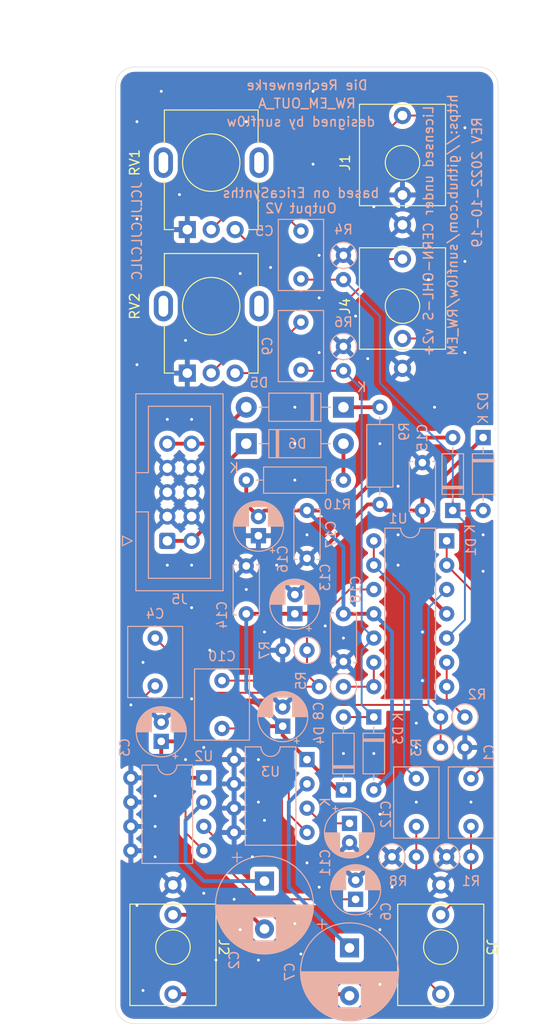
<source format=kicad_pcb>
(kicad_pcb (version 20211014) (generator pcbnew)
  (title_block (title "RW_EM_OUT_A") (date "2022-10-19") (rev "2022-10-19") (comment 1 "Licensed under CERN-OHL-S v2+"))
  (layers (0 "F.Cu" signal) (31 "B.Cu" signal) (34 "B.Paste" user) (35 "F.Paste" user) (36 "B.SilkS" user "B.Silkscreen") (37 "F.SilkS" user "F.Silkscreen") (38 "B.Mask" user) (39 "F.Mask" user) (44 "Edge.Cuts" user))
  (net 0 "")
  (net 1 "Net-(C1-Pad1)")
  (net 2 "Net-(C1-Pad2)")
  (net 3 "Net-(C2-Pad1)")
  (net 4 "Net-(C2-Pad2)")
  (net 5 "+12V")
  (net 6 "GND")
  (net 7 "Net-(C4-Pad1)")
  (net 8 "Net-(C4-Pad2)")
  (net 9 "Net-(C5-Pad1)")
  (net 10 "Net-(C5-Pad2)")
  (net 11 "Net-(C6-Pad1)")
  (net 12 "Net-(C7-Pad1)")
  (net 13 "Net-(C7-Pad2)")
  (net 14 "Net-(C9-Pad1)")
  (net 15 "Net-(C9-Pad2)")
  (net 16 "Net-(C10-Pad2)")
  (net 17 "Net-(C11-Pad1)")
  (net 18 "Net-(C12-Pad1)")
  (net 19 "Net-(C12-Pad2)")
  (net 20 "-12V")
  (net 21 "Net-(D5-Pad1)")
  (net 22 "Net-(D5-Pad2)")
  (net 23 "Net-(D6-Pad1)")
  (net 24 "Net-(D6-Pad2)")
  (net 25 "Net-(J1-PadT)")
  (net 26 "Net-(J4-PadT)")
  (net 27 "Net-(R2-Pad1)")
  (net 28 "Net-(R5-Pad1)")
  (net 29 "Net-(C10-Pad1)")
  (footprint "RW_EurorackModular:PJ301M-12" (layer "F.Cu") (at 130 65)
    (fp_text reference "J4" (at -6 0 90 unlocked) (layer "F.SilkS"))
    (fp_text value "PJ301M-12")
    (pad "S" thru_hole circle (at 0 6.5) (size 1.8 1.8) (drill 1) (layers *.Cu *.Mask) (net 6 "GND"))
    (pad "T" thru_hole circle (at 0 -4.92) (size 1.8 1.8) (drill 1) (layers *.Cu *.Mask) (net 26 "Net-(J4-PadT)"))
    (pad "TN" thru_hole oval (at 0 3.38) (size 1.8 1.8) (drill oval 1) (layers *.Cu *.Mask) (net 25 "Net-(J1-PadT)"))
  )
  (footprint "RW_EurorackModular:PJ366ST" (layer "F.Cu") (at 106 132 180)
    (fp_text reference "J2" (at -5.3 0 270 unlocked) (layer "F.SilkS"))
    (fp_text value "PJ366ST")
    (pad "R" thru_hole circle (at 0 -4.92 180) (size 1.8 1.8) (drill 1) (layers *.Cu *.Mask) (net 13 "Net-(C7-Pad2)"))
    (pad "S" thru_hole circle (at 0 6.5 180) (size 1.8 1.8) (drill 1) (layers *.Cu *.Mask) (net 6 "GND"))
    (pad "T" thru_hole oval (at 0 3.38 180) (size 1.8 1.8) (drill oval 1) (layers *.Cu *.Mask) (net 4 "Net-(C2-Pad2)"))
  )
  (footprint "RW_EurorackModular:Potentiometer_R0904N_SongHuei" (layer "F.Cu") (at 110 65)
    (fp_text reference "RV2" (at -8 0 90 unlocked) (layer "F.SilkS"))
    (fp_text value "100k")
    (pad "" thru_hole oval (at 5 0) (size 2 3.2) (drill oval 1 2.2) (layers *.Cu *.Mask))
    (pad "" thru_hole oval (at -5 0) (size 2 3.2) (drill oval 1 2.2) (layers *.Cu *.Mask))
    (pad "1" thru_hole rect (at -2.5 7) (size 1.8 1.8) (drill 1) (layers *.Cu *.Mask) (net 6 "GND"))
    (pad "2" thru_hole circle (at 0 7) (size 1.8 1.8) (drill 1) (layers *.Cu *.Mask) (net 14 "Net-(C9-Pad1)"))
    (pad "3" thru_hole circle (at 2.5 7) (size 1.8 1.8) (drill 1) (layers *.Cu *.Mask) (net 26 "Net-(J4-PadT)"))
  )
  (footprint "RW_EurorackModular:PJ301M-12" (layer "F.Cu") (at 130 50)
    (fp_text reference "J1" (at -6 0 90 unlocked) (layer "F.SilkS"))
    (fp_text value "PJ301M-12")
    (pad "S" thru_hole circle (at 0 6.5) (size 1.8 1.8) (drill 1) (layers *.Cu *.Mask) (net 6 "GND"))
    (pad "T" thru_hole circle (at 0 -4.92) (size 1.8 1.8) (drill 1) (layers *.Cu *.Mask) (net 25 "Net-(J1-PadT)"))
    (pad "TN" thru_hole oval (at 0 3.38) (size 1.8 1.8) (drill oval 1) (layers *.Cu *.Mask) (net 6 "GND"))
  )
  (footprint "RW_EurorackModular:Potentiometer_R0904N_SongHuei" (layer "F.Cu") (at 110 50)
    (fp_text reference "RV1" (at -8 0 90 unlocked) (layer "F.SilkS"))
    (fp_text value "100k")
    (pad "" thru_hole oval (at -5 0) (size 2 3.2) (drill oval 1 2.2) (layers *.Cu *.Mask))
    (pad "" thru_hole oval (at 5 0) (size 2 3.2) (drill oval 1 2.2) (layers *.Cu *.Mask))
    (pad "1" thru_hole rect (at -2.5 7) (size 1.8 1.8) (drill 1) (layers *.Cu *.Mask) (net 6 "GND"))
    (pad "2" thru_hole circle (at 0 7) (size 1.8 1.8) (drill 1) (layers *.Cu *.Mask) (net 9 "Net-(C5-Pad1)"))
    (pad "3" thru_hole circle (at 2.5 7) (size 1.8 1.8) (drill 1) (layers *.Cu *.Mask) (net 25 "Net-(J1-PadT)"))
  )
  (footprint "RW_EurorackModular:PJ366ST" (layer "F.Cu") (at 134 132 180)
    (fp_text reference "J3" (at -5.3 0 270 unlocked) (layer "F.SilkS"))
    (fp_text value "PJ366ST")
    (pad "R" thru_hole circle (at 0 -4.92 180) (size 1.8 1.8) (drill 1) (layers *.Cu *.Mask) (net 19 "Net-(C12-Pad2)"))
    (pad "S" thru_hole circle (at 0 6.5 180) (size 1.8 1.8) (drill 1) (layers *.Cu *.Mask) (net 6 "GND"))
    (pad "T" thru_hole oval (at 0 3.38 180) (size 1.8 1.8) (drill oval 1) (layers *.Cu *.Mask) (net 2 "Net-(C1-Pad2)"))
  )
  (footprint "Diode_THT:D_DO-35_SOD27_P7.62mm_Horizontal" (layer "B.Cu") (at 138.43 78.74 -90)
    (fp_text reference "D2" (at -3.81 0 90) (layer "B.SilkS") (effects (justify mirror)))
    (fp_text value "1N4148")
    (fp_text user "K" (at -1.905 0 90) (layer "B.SilkS") (effects (justify mirror)))
    (pad "1" thru_hole rect (at 0 0 270) (size 1.6 1.6) (drill 0.8) (layers *.Cu *.Mask) (net 5 "+12V"))
    (pad "2" thru_hole oval (at 7.62 0 270) (size 1.6 1.6) (drill 0.8) (layers *.Cu *.Mask) (net 10 "Net-(C5-Pad2)"))
  )
  (footprint "Resistor_THT:R_Axial_DIN0207_L6.3mm_D2.5mm_P2.54mm_Vertical" (layer "B.Cu") (at 136.525 107.95 180)
    (fp_text reference "R2" (at -1.27 2.37) (layer "B.SilkS") (effects (justify mirror)))
    (fp_text value "100k")
    (pad "1" thru_hole circle (at 0 0 180) (size 1.6 1.6) (drill 0.8) (layers *.Cu *.Mask) (net 27 "Net-(R2-Pad1)"))
    (pad "2" thru_hole oval (at 2.54 0 180) (size 1.6 1.6) (drill 0.8) (layers *.Cu *.Mask) (net 7 "Net-(C4-Pad1)"))
  )
  (footprint "Resistor_THT:R_Axial_DIN0207_L6.3mm_D2.5mm_P2.54mm_Vertical" (layer "B.Cu") (at 123.825 69.215 -90)
    (fp_text reference "R6" (at -2.54 0 180) (layer "B.SilkS") (effects (justify mirror)))
    (fp_text value "100k")
    (pad "1" thru_hole circle (at 0 0 270) (size 1.6 1.6) (drill 0.8) (layers *.Cu *.Mask) (net 6 "GND"))
    (pad "2" thru_hole oval (at 2.54 0 270) (size 1.6 1.6) (drill 0.8) (layers *.Cu *.Mask) (net 15 "Net-(C9-Pad2)"))
  )
  (footprint "Capacitor_THT:C_Rect_L7.2mm_W5.5mm_P5.00mm_FKS2_FKP2_MKS2_MKP2" (layer "B.Cu") (at 104.14 99.695 -90)
    (fp_text reference "C4" (at -2.54 0 180) (layer "B.SilkS") (effects (justify mirror)))
    (fp_text value "100nF")
    (pad "1" thru_hole circle (at 0 0 270) (size 1.6 1.6) (drill 0.8) (layers *.Cu *.Mask) (net 7 "Net-(C4-Pad1)"))
    (pad "2" thru_hole circle (at 5 0 270) (size 1.6 1.6) (drill 0.8) (layers *.Cu *.Mask) (net 8 "Net-(C4-Pad2)"))
  )
  (footprint "Capacitor_THT:CP_Radial_D5.0mm_P2.00mm" (layer "B.Cu") (at 124.46 119.059888 -90)
    (fp_text reference "C11" (at 4.130112 2.54 90) (layer "B.SilkS") (effects (justify mirror)))
    (fp_text value "47uF")
    (pad "1" thru_hole rect (at 0 0 270) (size 1.6 1.6) (drill 0.8) (layers *.Cu *.Mask) (net 17 "Net-(C11-Pad1)"))
    (pad "2" thru_hole circle (at 2 0 270) (size 1.6 1.6) (drill 0.8) (layers *.Cu *.Mask) (net 6 "GND"))
  )
  (footprint "Connector_IDC:IDC-Header_2x05_P2.54mm_Vertical" (layer "B.Cu") (at 105.41 89.535)
    (fp_text reference "J5" (at 1.27 6.1) (layer "B.SilkS") (effects (justify mirror)))
    (fp_text value "IDC_02x05")
    (pad "1" thru_hole roundrect (at 0 0) (size 1.7 1.7) (drill 1) (layers *.Cu *.Mask) (roundrect_rratio 0.1470588235) (net 23 "Net-(D6-Pad1)"))
    (pad "2" thru_hole circle (at 2.54 0) (size 1.7 1.7) (drill 1) (layers *.Cu *.Mask) (net 23 "Net-(D6-Pad1)"))
    (pad "3" thru_hole circle (at 0 -2.54) (size 1.7 1.7) (drill 1) (layers *.Cu *.Mask) (net 6 "GND"))
    (pad "4" thru_hole circle (at 2.54 -2.54) (size 1.7 1.7) (drill 1) (layers *.Cu *.Mask) (net 6 "GND"))
    (pad "5" thru_hole circle (at 0 -5.08) (size 1.7 1.7) (drill 1) (layers *.Cu *.Mask) (net 6 "GND"))
    (pad "6" thru_hole circle (at 2.54 -5.08) (size 1.7 1.7) (drill 1) (layers *.Cu *.Mask) (net 6 "GND"))
    (pad "7" thru_hole circle (at 0 -7.62) (size 1.7 1.7) (drill 1) (layers *.Cu *.Mask) (net 6 "GND"))
    (pad "8" thru_hole circle (at 2.54 -7.62) (size 1.7 1.7) (drill 1) (layers *.Cu *.Mask) (net 6 "GND"))
    (pad "9" thru_hole circle (at 0 -10.16) (size 1.7 1.7) (drill 1) (layers *.Cu *.Mask) (net 22 "Net-(D5-Pad2)"))
    (pad "10" thru_hole circle (at 2.54 -10.16) (size 1.7 1.7) (drill 1) (layers *.Cu *.Mask) (net 22 "Net-(D5-Pad2)"))
  )
  (footprint "Capacitor_THT:C_Rect_L7.2mm_W4.5mm_P5.00mm_FKS2_FKP2_MKS2_MKP2" (layer "B.Cu") (at 137.16 114.38 -90)
    (fp_text reference "C1" (at -2.62 -1.905 90) (layer "B.SilkS") (effects (justify mirror)))
    (fp_text value "1uF")
    (pad "1" thru_hole circle (at 0 0 270) (size 1.6 1.6) (drill 0.8) (layers *.Cu *.Mask) (net 1 "Net-(C1-Pad1)"))
    (pad "2" thru_hole circle (at 5 0 270) (size 1.6 1.6) (drill 0.8) (layers *.Cu *.Mask) (net 2 "Net-(C1-Pad2)"))
  )
  (footprint "Capacitor_THT:C_Disc_D5.0mm_W2.5mm_P5.00mm" (layer "B.Cu") (at 132.08 86.36 90)
    (fp_text reference "C15" (at 7.62 0 90) (layer "B.SilkS") (effects (justify mirror)))
    (fp_text value "100nF")
    (pad "1" thru_hole circle (at 0 0 90) (size 1.6 1.6) (drill 0.8) (layers *.Cu *.Mask) (net 5 "+12V"))
    (pad "2" thru_hole circle (at 5 0 90) (size 1.6 1.6) (drill 0.8) (layers *.Cu *.Mask) (net 6 "GND"))
  )
  (footprint "Capacitor_THT:CP_Radial_D5.0mm_P2.00mm" (layer "B.Cu") (at 118.745 97.155 90)
    (fp_text reference "C13" (at 3.81 3.175 90) (layer "B.SilkS") (effects (justify mirror)))
    (fp_text value "47uF")
    (pad "1" thru_hole rect (at 0 0 90) (size 1.6 1.6) (drill 0.8) (layers *.Cu *.Mask) (net 5 "+12V"))
    (pad "2" thru_hole circle (at 2 0 90) (size 1.6 1.6) (drill 0.8) (layers *.Cu *.Mask) (net 6 "GND"))
  )
  (footprint "Capacitor_THT:CP_Radial_D10.0mm_P5.00mm" (layer "B.Cu") (at 115.57 125.095 -90)
    (fp_text reference "C2" (at 8.255 3.175 90) (layer "B.SilkS") (effects (justify mirror)))
    (fp_text value "470uF")
    (pad "1" thru_hole rect (at 0 0 270) (size 2 2) (drill 1) (layers *.Cu *.Mask) (net 3 "Net-(C2-Pad1)"))
    (pad "2" thru_hole circle (at 5 0 270) (size 2 2) (drill 1) (layers *.Cu *.Mask) (net 4 "Net-(C2-Pad2)"))
  )
  (footprint "Capacitor_THT:C_Rect_L7.2mm_W5.5mm_P5.00mm_FKS2_FKP2_MKS2_MKP2" (layer "B.Cu") (at 111.125 104.14 -90)
    (fp_text reference "C10" (at -2.54 0 180) (layer "B.SilkS") (effects (justify mirror)))
    (fp_text value "100nF")
    (pad "1" thru_hole circle (at 0 0 270) (size 1.6 1.6) (drill 0.8) (layers *.Cu *.Mask) (net 29 "Net-(C10-Pad1)"))
    (pad "2" thru_hole circle (at 5 0 270) (size 1.6 1.6) (drill 0.8) (layers *.Cu *.Mask) (net 16 "Net-(C10-Pad2)"))
  )
  (footprint "Capacitor_THT:CP_Radial_D5.0mm_P2.00mm" (layer "B.Cu") (at 125.095 127 90)
    (fp_text reference "C6" (at -1.27 3.175 90) (layer "B.SilkS") (effects (justify mirror)))
    (fp_text value "47uF")
    (pad "1" thru_hole rect (at 0 0 90) (size 1.6 1.6) (drill 0.8) (layers *.Cu *.Mask) (net 11 "Net-(C6-Pad1)"))
    (pad "2" thru_hole circle (at 2 0 90) (size 1.6 1.6) (drill 0.8) (layers *.Cu *.Mask) (net 6 "GND"))
  )
  (footprint "Diode_THT:D_DO-35_SOD27_P7.62mm_Horizontal" (layer "B.Cu") (at 123.825 115.57 90)
    (fp_text reference "D4" (at 5.715 -2.54 90) (layer "B.SilkS") (effects (justify mirror)))
    (fp_text value "1N4148")
    (fp_text user "K" (at -1.27 -1.905 90) (layer "B.SilkS") (effects (justify mirror)))
    (pad "1" thru_hole rect (at 0 0 90) (size 1.6 1.6) (drill 0.8) (layers *.Cu *.Mask) (net 5 "+12V"))
    (pad "2" thru_hole oval (at 7.62 0 90) (size 1.6 1.6) (drill 0.8) (layers *.Cu *.Mask) (net 15 "Net-(C9-Pad2)"))
  )
  (footprint "Package_DIP:DIP-8_W7.62mm" (layer "B.Cu") (at 120.015 112.395 180)
    (fp_text reference "U3" (at 3.81 -1.27) (layer "B.SilkS") (effects (justify mirror)))
    (fp_text value "TDA7267")
    (pad "1" thru_hole rect (at 0 0 180) (size 1.6 1.6) (drill 0.8) (layers *.Cu *.Mask) (net 5 "+12V"))
    (pad "2" thru_hole oval (at 0 -2.54 180) (size 1.6 1.6) (drill 0.8) (layers *.Cu *.Mask) (net 12 "Net-(C7-Pad1)"))
    (pad "3" thru_hole oval (at 0 -5.08 180) (size 1.6 1.6) (drill 0.8) (layers *.Cu *.Mask) (net 17 "Net-(C11-Pad1)"))
    (pad "4" thru_hole oval (at 0 -7.62 180) (size 1.6 1.6) (drill 0.8) (layers *.Cu *.Mask) (net 16 "Net-(C10-Pad2)"))
    (pad "5" thru_hole oval (at 7.62 -7.62 180) (size 1.6 1.6) (drill 0.8) (layers *.Cu *.Mask) (net 6 "GND"))
    (pad "6" thru_hole oval (at 7.62 -5.08 180) (size 1.6 1.6) (drill 0.8) (layers *.Cu *.Mask) (net 6 "GND"))
    (pad "7" thru_hole oval (at 7.62 -2.54 180) (size 1.6 1.6) (drill 0.8) (layers *.Cu *.Mask) (net 6 "GND"))
    (pad "8" thru_hole oval (at 7.62 0 180) (size 1.6 1.6) (drill 0.8) (layers *.Cu *.Mask) (net 6 "GND"))
  )
  (footprint "Diode_THT:D_DO-41_SOD81_P10.16mm_Horizontal" (layer "B.Cu") (at 113.665 79.375)
    (fp_text reference "D6" (at 5.335 0) (layer "B.SilkS") (effects (justify mirror)))
    (fp_text value "1N5819")
    (fp_text user "K" (at -1.27 2.54) (layer "B.SilkS") (effects (justify mirror)))
    (pad "1" thru_hole rect (at 0 0) (size 2.2 2.2) (drill 1.1) (layers *.Cu *.Mask) (net 23 "Net-(D6-Pad1)"))
    (pad "2" thru_hole oval (at 10.16 0) (size 2.2 2.2) (drill 1.1) (layers *.Cu *.Mask) (net 24 "Net-(D6-Pad2)"))
  )
  (footprint "Resistor_THT:R_Axial_DIN0207_L6.3mm_D2.5mm_P2.54mm_Vertical" (layer "B.Cu") (at 120.015 100.965 180)
    (fp_text reference "R7" (at 4.445 0 90) (layer "B.SilkS") (effects (justify mirror)))
    (fp_text value "10k")
    (pad "1" thru_hole circle (at 0 0 180) (size 1.6 1.6) (drill 0.8) (layers *.Cu *.Mask) (net 29 "Net-(C10-Pad1)"))
    (pad "2" thru_hole oval (at 2.54 0 180) (size 1.6 1.6) (drill 0.8) (layers *.Cu *.Mask) (net 6 "GND"))
  )
  (footprint "Resistor_THT:R_Axial_DIN0207_L6.3mm_D2.5mm_P10.16mm_Horizontal" (layer "B.Cu") (at 123.825 83.185 180)
    (fp_text reference "R10" (at 0.635 -2.54) (layer "B.SilkS") (effects (justify mirror)))
    (fp_text value "1")
    (pad "1" thru_hole circle (at 0 0 180) (size 1.6 1.6) (drill 0.8) (layers *.Cu *.Mask) (net 24 "Net-(D6-Pad2)"))
    (pad "2" thru_hole oval (at 10.16 0 180) (size 1.6 1.6) (drill 0.8) (layers *.Cu *.Mask) (net 20 "-12V"))
  )
  (footprint "Capacitor_THT:C_Disc_D5.0mm_W2.5mm_P5.00mm" (layer "B.Cu") (at 123.825 102.155 90)
    (fp_text reference "C18" (at 7.54 1.27 90) (layer "B.SilkS") (effects (justify mirror)))
    (fp_text value "100nF")
    (pad "1" thru_hole circle (at 0 0 90) (size 1.6 1.6) (drill 0.8) (layers *.Cu *.Mask) (net 6 "GND"))
    (pad "2" thru_hole circle (at 5 0 90) (size 1.6 1.6) (drill 0.8) (layers *.Cu *.Mask) (net 20 "-12V"))
  )
  (footprint "Capacitor_THT:C_Rect_L7.2mm_W4.5mm_P5.00mm_FKS2_FKP2_MKS2_MKP2" (layer "B.Cu") (at 131.445 114.38 -90)
    (fp_text reference "C12" (at 3.73 3.175 -90) (layer "B.SilkS") (effects (justify mirror)))
    (fp_text value "1uF")
    (pad "1" thru_hole circle (at 0 0 270) (size 1.6 1.6) (drill 0.8) (layers *.Cu *.Mask) (net 18 "Net-(C12-Pad1)"))
    (pad "2" thru_hole circle (at 5 0 270) (size 1.6 1.6) (drill 0.8) (layers *.Cu *.Mask) (net 19 "Net-(C12-Pad2)"))
  )
  (footprint "Capacitor_THT:CP_Radial_D5.0mm_P2.00mm" (layer "B.Cu") (at 117.475 108.905112 90)
    (fp_text reference "C8" (at 1.590112 3.75 90) (layer "B.SilkS") (effects (justify mirror)))
    (fp_text value "100uF")
    (pad "1" thru_hole rect (at 0 0 90) (size 1.6 1.6) (drill 0.8) (layers *.Cu *.Mask) (net 5 "+12V"))
    (pad "2" thru_hole circle (at 2 0 90) (size 1.6 1.6) (drill 0.8) (layers *.Cu *.Mask) (net 6 "GND"))
  )
  (footprint "Resistor_THT:R_Axial_DIN0207_L6.3mm_D2.5mm_P2.54mm_Vertical" (layer "B.Cu") (at 134.62 122.555)
    (fp_text reference "R1" (at 2.54 2.54) (layer "B.SilkS") (effects (justify mirror)))
    (fp_text value "100k")
    (pad "1" thru_hole circle (at 0 0) (size 1.6 1.6) (drill 0.8) (layers *.Cu *.Mask) (net 6 "GND"))
    (pad "2" thru_hole oval (at 2.54 0) (size 1.6 1.6) (drill 0.8) (layers *.Cu *.Mask) (net 2 "Net-(C1-Pad2)"))
  )
  (footprint "Capacitor_THT:CP_Radial_D10.0mm_P5.00mm" (layer "B.Cu") (at 124.46 132.08 -90)
    (fp_text reference "C7" (at 2.5 6.25 90) (layer "B.SilkS") (effects (justify mirror)))
    (fp_text value "470uF")
    (pad "1" thru_hole rect (at 0 0 270) (size 2 2) (drill 1) (layers *.Cu *.Mask) (net 12 "Net-(C7-Pad1)"))
    (pad "2" thru_hole circle (at 5 0 270) (size 2 2) (drill 1) (layers *.Cu *.Mask) (net 13 "Net-(C7-Pad2)"))
  )
  (footprint "Resistor_THT:R_Axial_DIN0207_L6.3mm_D2.5mm_P2.54mm_Vertical" (layer "B.Cu") (at 128.905 122.555)
    (fp_text reference "R8" (at 0.635 2.54) (layer "B.SilkS") (effects (justify mirror)))
    (fp_text value "100k")
    (pad "1" thru_hole circle (at 0 0) (size 1.6 1.6) (drill 0.8) (layers *.Cu *.Mask) (net 6 "GND"))
    (pad "2" thru_hole oval (at 2.54 0) (size 1.6 1.6) (drill 0.8) (layers *.Cu *.Mask) (net 19 "Net-(C12-Pad2)"))
  )
  (footprint "Capacitor_THT:C_Disc_D5.0mm_W2.5mm_P5.00mm" (layer "B.Cu") (at 120.015 91.36 90)
    (fp_text reference "C17" (at 2.5 2.5 90) (layer "B.SilkS") (effects (justify mirror)))
    (fp_text value "100nF")
    (pad "1" thru_hole circle (at 0 0 90) (size 1.6 1.6) (drill 0.8) (layers *.Cu *.Mask) (net 6 "GND"))
    (pad "2" thru_hole circle (at 5 0 90) (size 1.6 1.6) (drill 0.8) (layers *.Cu *.Mask) (net 20 "-12V"))
  )
  (footprint "Capacitor_THT:C_Rect_L7.2mm_W4.5mm_P5.00mm_FKS2_FKP2_MKS2_MKP2" (layer "B.Cu") (at 119.38 57.15 -90)
    (fp_text reference "C5" (at 0 3.81 180) (layer "B.SilkS") (effects (justify mirror)))
    (fp_text value "1uF")
    (pad "1" thru_hole circle (at 0 0 270) (size 1.6 1.6) (drill 0.8) (layers *.Cu *.Mask) (net 9 "Net-(C5-Pad1)"))
    (pad "2" thru_hole circle (at 5 0 270) (size 1.6 1.6) (drill 0.8) (layers *.Cu *.Mask) (net 10 "Net-(C5-Pad2)"))
  )
  (footprint "Package_DIP:DIP-14_W7.62mm" (layer "B.Cu") (at 134.62 89.535 180)
    (fp_text reference "U1" (at 5.08 2.33) (layer "B.SilkS") (effects (justify mirror)))
    (fp_text value "TL074")
    (pad "1" thru_hole rect (at 0 0 180) (size 1.6 1.6) (drill 0.8) (layers *.Cu *.Mask) (net 1 "Net-(C1-Pad1)"))
    (pad "2" thru_hole oval (at 0 -2.54 180) (size 1.6 1.6) (drill 0.8) (layers *.Cu *.Mask) (net 1 "Net-(C1-Pad1)"))
    (pad "3" thru_hole oval (at 0 -5.08 180) (size 1.6 1.6) (drill 0.8) (layers *.Cu *.Mask) (net 7 "Net-(C4-Pad1)"))
    (pad "4" thru_hole oval (at 0 -7.62 180) (size 1.6 1.6) (drill 0.8) (layers *.Cu *.Mask) (net 5 "+12V"))
    (pad "5" thru_hole oval (at 0 -10.16 180) (size 1.6 1.6) (drill 0.8) (layers *.Cu *.Mask) (net 10 "Net-(C5-Pad2)"))
    (pad "6" thru_hole oval (at 0 -12.7 180) (size 1.6 1.6) (drill 0.8) (layers *.Cu *.Mask) (net 27 "Net-(R2-Pad1)"))
    (pad "7" thru_hole oval (at 0 -15.24 180) (size 1.6 1.6) (drill 0.8) (layers *.Cu *.Mask) (net 27 "Net-(R2-Pad1)"))
    (pad "8" thru_hole oval (at 7.62 -15.24 180) (size 1.6 1.6) (drill 0.8) (layers *.Cu *.Mask) (net 28 "Net-(R5-Pad1)"))
    (pad "9" thru_hole oval (at 7.62 -12.7 180) (size 1.6 1.6) (drill 0.8) (layers *.Cu *.Mask) (net 28 "Net-(R5-Pad1)"))
    (pad "10" thru_hole oval (at 7.62 -10.16 180) (size 1.6 1.6) (drill 0.8) (layers *.Cu *.Mask) (net 15 "Net-(C9-Pad2)"))
    (pad "11" thru_hole oval (at 7.62 -7.62 180) (size 1.6 1.6) (drill 0.8) (layers *.Cu *.Mask) (net 20 "-12V"))
    (pad "12" thru_hole oval (at 7.62 -5.08 180) (size 1.6 1.6) (drill 0.8) (layers *.Cu *.Mask) (net 29 "Net-(C10-Pad1)"))
    (pad "13" thru_hole oval (at 7.62 -2.54 180) (size 1.6 1.6) (drill 0.8) (layers *.Cu *.Mask) (net 18 "Net-(C12-Pad1)"))
    (pad "14" thru_hole oval (at 7.62 0 180) (size 1.6 1.6) (drill 0.8) (layers *.Cu *.Mask) (net 18 "Net-(C12-Pad1)"))
  )
  (footprint "Resistor_THT:R_Axial_DIN0207_L6.3mm_D2.5mm_P2.54mm_Vertical" (layer "B.Cu") (at 133.985 111.125)
    (fp_text reference "R3" (at -2.54 0 90) (layer "B.SilkS") (effects (justify mirror)))
    (fp_text value "10k")
    (pad "1" thru_hole circle (at 0 0) (size 1.6 1.6) (drill 0.8) (layers *.Cu *.Mask) (net 7 "Net-(C4-Pad1)"))
    (pad "2" thru_hole oval (at 2.54 0) (size 1.6 1.6) (drill 0.8) (layers *.Cu *.Mask) (net 6 "GND"))
  )
  (footprint "Capacitor_THT:C_Disc_D5.0mm_W2.5mm_P5.00mm" (layer "B.Cu") (at 113.665 97.155 90)
    (fp_text reference "C14" (at -0.12 -2.54 90) (layer "B.SilkS") (effects (justify mirror)))
    (fp_text value "100nF")
    (pad "1" thru_hole circle (at 0 0 90) (size 1.6 1.6) (drill 0.8) (layers *.Cu *.Mask) (net 5 "+12V"))
    (pad "2" thru_hole circle (at 5 0 90) (size 1.6 1.6) (drill 0.8) (layers *.Cu *.Mask) (net 6 "GND"))
  )
  (footprint "Capacitor_THT:C_Rect_L7.2mm_W4.5mm_P5.00mm_FKS2_FKP2_MKS2_MKP2" (layer "B.Cu") (at 119.38 66.675 -90)
    (fp_text reference "C9" (at 2.5 3.5 -90) (layer "B.SilkS") (effects (justify mirror)))
    (fp_text value "1uF")
    (pad "1" thru_hole circle (at 0 0 270) (size 1.6 1.6) (drill 0.8) (layers *.Cu *.Mask) (net 14 "Net-(C9-Pad1)"))
    (pad "2" thru_hole circle (at 5 0 270) (size 1.6 1.6) (drill 0.8) (layers *.Cu *.Mask) (net 15 "Net-(C9-Pad2)"))
  )
  (footprint "Diode_THT:D_DO-41_SOD81_P10.16mm_Horizontal" (layer "B.Cu") (at 123.825 75.565 180)
    (fp_text reference "D5" (at 8.825 2.565) (layer "B.SilkS") (effects (justify mirror)))
    (fp_text value "1N5819")
    (fp_text user "K" (at -1.905 2.1) (layer "B.SilkS") (effects (justify mirror)))
    (pad "1" thru_hole rect (at 0 0 180) (size 2.2 2.2) (drill 1.1) (layers *.Cu *.Mask) (net 21 "Net-(D5-Pad1)"))
    (pad "2" thru_hole oval (at 10.16 0 180) (size 2.2 2.2) (drill 1.1) (layers *.Cu *.Mask) (net 22 "Net-(D5-Pad2)"))
  )
  (footprint "Resistor_THT:R_Axial_DIN0207_L6.3mm_D2.5mm_P2.54mm_Vertical" (layer "B.Cu") (at 123.825 104.775 180)
    (fp_text reference "R5" (at 4.445 0.635 90) (layer "B.SilkS") (effects (justify mirror)))
    (fp_text value "100k")
    (pad "1" thru_hole circle (at 0 0 180) (size 1.6 1.6) (drill 0.8) (layers *.Cu *.Mask) (net 28 "Net-(R5-Pad1)"))
    (pad "2" thru_hole oval (at 2.54 0 180) (size 1.6 1.6) (drill 0.8) (layers *.Cu *.Mask) (net 29 "Net-(C10-Pad1)"))
  )
  (footprint "Capacitor_THT:CP_Radial_D5.0mm_P2.00mm" (layer "B.Cu") (at 114.935 88.995 90)
    (fp_text reference "C16" (at -2.445 2.54 90) (layer "B.SilkS") (effects (justify mirror)))
    (fp_text value "47uF")
    (pad "1" thru_hole rect (at 0 0 90) (size 1.6 1.6) (drill 0.8) (layers *.Cu *.Mask) (net 6 "GND"))
    (pad "2" thru_hole circle (at 2 0 90) (size 1.6 1.6) (drill 0.8) (layers *.Cu *.Mask) (net 20 "-12V"))
  )
  (footprint "Resistor_THT:R_Axial_DIN0207_L6.3mm_D2.5mm_P2.54mm_Vertical" (layer "B.Cu") (at 123.825 59.69 -90)
    (fp_text reference "R4" (at -2.69 0 180) (layer "B.SilkS") (effects (justify mirror)))
    (fp_text value "100k")
    (pad "1" thru_hole circle (at 0 0 270) (size 1.6 1.6) (drill 0.8) (layers *.Cu *.Mask) (net 6 "GND"))
    (pad "2" thru_hole oval (at 2.54 0 270) (size 1.6 1.6) (drill 0.8) (layers *.Cu *.Mask) (net 10 "Net-(C5-Pad2)"))
  )
  (footprint "Diode_THT:D_DO-35_SOD27_P7.62mm_Horizontal" (layer "B.Cu") (at 135.255 86.36 90)
    (fp_text reference "D1" (at -3.81 1.905 90) (layer "B.SilkS") (effects (justify mirror)))
    (fp_text value "1N4148")
    (fp_text user "K" (at -1.905 1.8 90) (layer "B.SilkS") (effects (justify mirror)))
    (pad "1" thru_hole rect (at 0 0 90) (size 1.6 1.6) (drill 0.8) (layers *.Cu *.Mask) (net 10 "Net-(C5-Pad2)"))
    (pad "2" thru_hole oval (at 7.62 0 90) (size 1.6 1.6) (drill 0.8) (layers *.Cu *.Mask) (net 20 "-12V"))
  )
  (footprint "Resistor_THT:R_Axial_DIN0207_L6.3mm_D2.5mm_P10.16mm_Horizontal" (layer "B.Cu") (at 127.635 75.565 -90)
    (fp_text reference "R9" (at 2.54 -2.54 90) (layer "B.SilkS") (effects (justify mirror)))
    (fp_text value "1")
    (pad "1" thru_hole circle (at 0 0 270) (size 1.6 1.6) (drill 0.8) (layers *.Cu *.Mask) (net 21 "Net-(D5-Pad1)"))
    (pad "2" thru_hole oval (at 10.16 0 270) (size 1.6 1.6) (drill 0.8) (layers *.Cu *.Mask) (net 5 "+12V"))
  )
  (footprint "Capacitor_THT:CP_Radial_D5.0mm_P2.00mm" (layer "B.Cu") (at 104.775 110.49 90)
    (fp_text reference "C3" (at -0.635 -3.81 90) (layer "B.SilkS") (effects (justify mirror)))
    (fp_text value "100uF")
    (pad "1" thru_hole rect (at 0 0 90) (size 1.6 1.6) (drill 0.8) (layers *.Cu *.Mask) (net 5 "+12V"))
    (pad "2" thru_hole circle (at 2 0 90) (size 1.6 1.6) (drill 0.8) (layers *.Cu *.Mask) (net 6 "GND"))
  )
  (footprint "Package_DIP:DIP-8_W7.62mm" (layer "B.Cu") (at 109.22 114.3 180)
    (fp_text reference "U2" (at 0 2.255225) (layer "B.SilkS") (effects (justify mirror)))
    (fp_text value "TDA7267")
    (pad "1" thru_hole rect (at 0 0 180) (size 1.6 1.6) (drill 0.8) (layers *.Cu *.Mask) (net 5 "+12V"))
    (pad "2" thru_hole oval (at 0 -2.54 180) (size 1.6 1.6) (drill 0.8) (layers *.Cu *.Mask) (net 3 "Net-(C2-Pad1)"))
    (pad "3" thru_hole oval (at 0 -5.08 180) (size 1.6 1.6) (drill 0.8) (layers *.Cu *.Mask) (net 11 "Net-(C6-Pad1)"))
    (pad "4" thru_hole oval (at 0 -7.62 180) (size 1.6 1.6) (drill 0.8) (layers *.Cu *.Mask) (net 8 "Net-(C4-Pad2)"))
    (pad "5" thru_hole oval (at 7.62 -7.62 180) (size 1.6 1.6) (drill 0.8) (layers *.Cu *.Mask) (net 6 "GND"))
    (pad "6" thru_hole oval (at 7.62 -5.08 180) (size 1.6 1.6) (drill 0.8) (layers *.Cu *.Mask) (net 6 "GND"))
    (pad "7" thru_hole oval (at 7.62 -2.54 180) (size 1.6 1.6) (drill 0.8) (layers *.Cu *.Mask) (net 6 "GND"))
    (pad "8" thru_hole oval (at 7.62 0 180) (size 1.6 1.6) (drill 0.8) (layers *.Cu *.Mask) (net 6 "GND"))
  )
  (footprint "Diode_THT:D_DO-35_SOD27_P7.62mm_Horizontal" (layer "B.Cu") (at 127 107.95 -90)
    (fp_text reference "D3" (at 1.905 -2.54 90) (layer "B.SilkS") (effects (justify mirror)))
    (fp_text value "1N4148")
    (fp_text user "K" (at 0 -2.54 90) (layer "B.SilkS") (effects (justify mirror)))
    (pad "1" thru_hole rect (at 0 0 270) (size 1.6 1.6) (drill 0.8) (layers *.Cu *.Mask) (net 15 "Net-(C9-Pad2)"))
    (pad "2" thru_hole oval (at 7.62 0 270) (size 1.6 1.6) (drill 0.8) (layers *.Cu *.Mask) (net 20 "-12V"))
  )
  (gr_line (start 140 138) (end 140 42) (layer "Edge.Cuts") (width 0.05))
  (gr_line (start 138 40) (end 102 40) (layer "Edge.Cuts") (width 0.05))
  (gr_line (start 100 42) (end 100 138) (layer "Edge.Cuts") (width 0.05))
  (gr_arc (start 102 140) (mid 100.585786 139.414214) (end 100 138) (layer "Edge.Cuts") (width 0.05))
  (gr_arc (start 140 138) (mid 139.414214 139.414214) (end 138 140) (layer "Edge.Cuts") (width 0.05))
  (gr_arc (start 100 42) (mid 100.585786 40.585786) (end 102 40) (layer "Edge.Cuts") (width 0.05))
  (gr_arc (start 138 40) (mid 139.414214 40.585786) (end 140 42) (layer "Edge.Cuts") (width 0.05))
  (gr_line (start 102 140) (end 138 140) (layer "Edge.Cuts") (width 0.05))
  (gr_text "JCLJLCJLCJLC" (at 102.235 57.15 90) (layer "B.SilkS") (effects (font (size 1 1) (thickness 0.16)) (justify mirror)))
  (gr_text "REV 2022-10-19" (at 137.795 52.07 90) (layer "B.SilkS") (effects (font (size 1 1) (thickness 0.16)) (justify mirror)))
  (gr_text "https://github.com/sunfl0w/RW_EM" (at 135.255 56.515 90) (layer "B.SilkS") (effects (font (size 1 1) (thickness 0.16)) (justify mirror)))
  (gr_text "RW_EM_OUT_A" (at 120.015 43.815) (layer "B.SilkS") (effects (font (size 1 1) (thickness 0.16)) (justify mirror)))
  (gr_text "Die Rechenwerke" (at 120.015 41.91) (layer "B.SilkS") (effects (font (size 1 1) (thickness 0.16)) (justify mirror)))
  (gr_text "designed by sunfl0w" (at 119.38 45.72) (layer "B.SilkS") (effects (font (size 1 1) (thickness 0.16)) (justify mirror)))
  (gr_text "based on EricaSynths\nOutput V2" (at 119.38 53.975) (layer "B.SilkS") (effects (font (size 1 1) (thickness 0.16)) (justify mirror)))
  (gr_text "Licensed under CERN-OHL-S v2+" (at 132.715 57.15 90) (layer "B.SilkS") (effects (font (size 1 1) (thickness 0.16)) (justify mirror)))
  (segment (start 138.43 113.11) (end 137.16 114.38) (width 0.2) (layer "F.Cu") (net 1))
  (segment (start 134.62 92.075) (end 138.43 95.885) (width 0.2) (layer "F.Cu") (net 1))
  (segment (start 134.62 92.075) (end 134.62 89.535) (width 0.2) (layer "F.Cu") (net 1))
  (segment (start 138.43 95.885) (end 138.43 113.11) (width 0.2) (layer "F.Cu") (net 1))
  (segment (start 137.16 119.38) (end 137.16 122.555) (width 0.2) (layer "F.Cu") (net 2))
  (segment (start 134 128.62) (end 137.16 125.46) (width 0.2) (layer "F.Cu") (net 2))
  (segment (start 137.16 125.46) (end 137.16 122.555) (width 0.2) (layer "F.Cu") (net 2))
  (segment (start 107.315 123.19) (end 109.22 125.095) (width 0.4) (layer "B.Cu") (net 3))
  (segment (start 109.22 125.095) (end 115.57 125.095) (width 0.4) (layer "B.Cu") (net 3))
  (segment (start 107.315 118.745) (end 107.315 123.19) (width 0.4) (layer "B.Cu") (net 3))
  (segment (start 109.22 116.84) (end 107.315 118.745) (width 0.4) (layer "B.Cu") (net 3))
  (segment (start 114.095 128.62) (end 115.57 130.095) (width 0.4) (layer "F.Cu") (net 4))
  (segment (start 106 128.62) (end 114.095 128.62) (width 0.4) (layer "F.Cu") (net 4))
  (segment (start 104.775 110.49) (end 104.775 113.03) (width 0.4) (layer "F.Cu") (net 5))
  (segment (start 121.92 90.17) (end 121.92 95.25) (width 0.4) (layer "F.Cu") (net 5))
  (segment (start 127.635 85.725) (end 126.365 85.725) (width 0.4) (layer "F.Cu") (net 5))
  (segment (start 128.27 86.36) (end 127.635 85.725) (width 0.4) (layer "F.Cu") (net 5))
  (segment (start 117.475 108.905112) (end 117.475 109.855) (width 0.4) (layer "F.Cu") (net 5))
  (segment (start 120.015 97.155) (end 118.745 97.155) (width 0.4) (layer "F.Cu") (net 5))
  (segment (start 132.08 86.36) (end 132.08 85.09) (width 0.4) (layer "F.Cu") (net 5))
  (segment (start 113.665 97.155) (end 118.745 97.155) (width 0.4) (layer "F.Cu") (net 5))
  (segment (start 132.08 86.36) (end 128.27 86.36) (width 0.4) (layer "F.Cu") (net 5))
  (segment (start 132.08 85.09) (end 138.43 78.74) (width 0.4) (layer "F.Cu") (net 5))
  (segment (start 117.475 108.905112) (end 115.890112 108.905112) (width 0.4) (layer "F.Cu") (net 5))
  (segment (start 132.08 94.615) (end 134.62 97.155) (width 0.4) (layer "F.Cu") (net 5))
  (segment (start 126.365 85.725) (end 121.92 90.17) (width 0.4) (layer "F.Cu") (net 5))
  (segment (start 123.19 115.57) (end 123.825 115.57) (width 0.4) (layer "F.Cu") (net 5))
  (segment (start 106.68 110.49) (end 109.855 107.315) (width 0.4) (layer "F.Cu") (net 5))
  (segment (start 104.775 113.03) (end 106.045 114.3) (width 0.4) (layer "F.Cu") (net 5))
  (segment (start 121.92 95.25) (end 120.015 97.155) (width 0.4) (layer "F.Cu") (net 5))
  (segment (start 109.855 107.315) (end 114.3 107.315) (width 0.4) (layer "F.Cu") (net 5))
  (segment (start 117.475 109.855) (end 120.015 112.395) (width 0.4) (layer "F.Cu") (net 5))
  (segment (start 104.775 110.49) (end 106.68 110.49) (width 0.4) (layer "F.Cu") (net 5))
  (segment (start 120.015 112.395) (end 123.19 115.57) (width 0.4) (layer "F.Cu") (net 5))
  (segment (start 106.045 114.3) (end 109.22 114.3) (width 0.4) (layer "F.Cu") (net 5))
  (segment (start 132.08 86.36) (end 132.08 94.615) (width 0.4) (layer "F.Cu") (net 5))
  (segment (start 115.890112 108.905112) (end 114.3 107.315) (width 0.4) (layer "F.Cu") (net 5))
  (segment (start 113.665 105.095112) (end 117.475 108.905112) (width 0.4) (layer "B.Cu") (net 5))
  (segment (start 113.665 97.155) (end 113.665 105.095112) (width 0.4) (layer "B.Cu") (net 5))
  (via (at 129.54 83.82) (size 0.6) (drill 0.3) (layers "F.Cu" "B.Cu") (net 6))
  (via (at 105.41 92.075) (size 0.6) (drill 0.3) (layers "F.Cu" "B.Cu") (net 6))
  (via (at 109.855 100.965) (size 0.6) (drill 0.3) (layers "F.Cu" "B.Cu") (net 6))
  (via (at 107.95 106.045) (size 0.6) (drill 0.3) (layers "F.Cu" "B.Cu") (net 6))
  (via (at 106.68 53.34) (size 0.6) (drill 0.3) (layers "F.Cu" "B.Cu") (net 6))
  (via (at 114.3 122.555) (size 0.6) (drill 0.3) (layers "F.Cu" "B.Cu") (net 6))
  (via (at 131.445 108.585) (size 0.6) (drill 0.3) (layers "F.Cu" "B.Cu") (net 6))
  (via (at 118.745 129.54) (size 0.6) (drill 0.3) (layers "F.Cu" "B.Cu") (net 6))
  (via (at 123.825 111.76) (size 0.6) (drill 0.3) (layers "F.Cu" "B.Cu") (net 6))
  (via (at 114.935 133.35) (size 0.6) (drill 0.3) (layers "F.Cu" "B.Cu") (net 6))
  (via (at 102.235 71.12) (size 0.6) (drill 0.3) (layers "F.Cu" "B.Cu") (net 6))
  (via (at 113.665 94.615) (size 0.6) (drill 0.3) (layers "F.Cu" "B.Cu") (net 6))
  (via (at 104.14 122.555) (size 0.6) (drill 0.3) (layers "F.Cu" "B.Cu") (net 6))
  (via (at 120.015 123.19) (size 0.6) (drill 0.3) (layers "F.Cu" "B.Cu") (net 6))
  (via (at 132.08 99.06) (size 0.6) (drill 0.3) (layers "F.Cu" "B.Cu") (net 6))
  (via (at 138.43 92.71) (size 0.6) (drill 0.3) (layers "F.Cu" "B.Cu") (net 6))
  (via (at 133.35 75.565) (size 0.6) (drill 0.3) (layers "F.Cu" "B.Cu") (net 6))
  (via (at 104.14 116.205) (size 0.6) (drill 0.3) (layers "F.Cu" "B.Cu") (net 6))
  (via (at 127 54.61) (size 0.6) (drill 0.3) (layers "F.Cu" "B.Cu") (net 6))
  (via (at 118.745 79.375) (size 0.6) (drill 0.3) (layers "F.Cu" "B.Cu") (net 6))
  (via (at 116.84 92.075) (size 0.6) (drill 0.3) (layers "F.Cu" "B.Cu") (net 6))
  (via (at 132.08 104.14) (size 0.6) (drill 0.3) (layers "F.Cu" "B.Cu") (net 6))
  (via (at 123.825 99.695) (size 0.6) (drill 0.3) (layers "F.Cu" "B.Cu") (net 6))
  (via (at 129.54 88.9) (size 0.6) (drill 0.3) (layers "F.Cu" "B.Cu") (net 6))
  (via (at 131.445 111.125) (size 0.6) (drill 0.3) (layers "F.Cu" "B.Cu") (net 6))
  (via (at 118.745 75.565) (size 0.6) (drill 0.3) (layers "F.Cu" "B.Cu") (net 6))
  (via (at 113.665 45.72) (size 0.6) (drill 0.3) (layers "F.Cu" "B.Cu") (net 6))
  (via (at 109.22 111.125) (size 0.6) (drill 0.3) (layers "F.Cu" "B.Cu") (net 6))
  (via (at 107.315 68.58) (size 0.6) (drill 0.3) (layers "F.Cu" "B.Cu") (net 6))
  (via (at 129.54 92.075) (size 0.6) (drill 0.3) (layers "F.Cu" "B.Cu") (net 6))
  (via (at 102.235 127.635) (size 0.6) (drill 0.3) (layers "F.Cu" "B.Cu") (net 6))
  (via (at 137.16 116.84) (size 0.6) (drill 0.3) (layers "F.Cu" "B.Cu") (net 6))
  (via (at 136.525 46.355) (size 0.6) (drill 0.3) (layers "F.Cu" "B.Cu") (net 6))
  (via (at 118.745 83.185) (size 0.6) (drill 0.3) (layers "F.Cu" "B.Cu") (net 6))
  (via (at 113.03 61.595) (size 0.6) (drill 0.3) (layers "F.Cu" "B.Cu") (net 6))
  (via (at 121.285 59.69) (size 0.6) (drill 0.3) (layers "F.Cu" "B.Cu") (net 6))
  (via (at 121.285 69.85) (size 0.6) (drill 0.3) (layers "F.Cu" "B.Cu") (net 6))
  (via (at 127.635 79.375) (size 0.6) (drill 0.3) (layers "F.Cu" "B.Cu") (net 6))
  (via (at 121.285 125.73) (size 0.6) (drill 0.3) (layers "F.Cu" "B.Cu") (net 6))
  (via (at 126.365 70.485) (size 0.6) (drill 0.3) (layers "F.Cu" "B.Cu") (net 6))
  (via (at 102.87 136.525) (size 0.6) (drill 0.3) (layers "F.Cu" "B.Cu") (net 6))
  (via (at 119.38 132.715) (size 0.6) (drill 0.3) (layers "F.Cu" "B.Cu") (net 6))
  (via (at 115.57 99.06) (size 0.6) (drill 0.3) (layers "F.Cu" "B.Cu") (net 6))
  (via (at 120.015 88.9) (size 0.6) (drill 0.3) (layers "F.Cu" "B.Cu") (net 6))
  (via (at 125.095 66.04) (size 0.6) (drill 0.3) (layers "F.Cu" "B.Cu") (net 6))
  (via (at 136.525 60.325) (size 0.6) (drill 0.3) (layers "F.Cu" "B.Cu") (net 6))
  (via (at 114.935 116.84) (size 0.6) (drill 0.3) (layers "F.Cu" "B.Cu") (net 6))
  (via (at 102.235 45.72) (size 0.6) (drill 0.3) (layers "F.Cu" "B.Cu") (net 6))
  (via (at 113.03 130.175) (size 0.6) (drill 0.3) (layers "F.Cu" "B.Cu") (net 6))
  (via (at 126.365 122.555) (size 0.6) (drill 0.3) (layers "F.Cu" "B.Cu") (net 6))
  (via (at 107.95 92.075) (size 0.6) (drill 0.3) (layers "F.Cu" "B.Cu") (net 6))
  (via (at 107.95 76.835) (size 0.6) (drill 0.3) (layers "F.Cu" "B.Cu") (net 6))
  (via (at 110.49 133.35) (size 0.6) (drill 0.3) (layers "F.Cu" "B.Cu") (net 6))
  (via (at 107.95 96.52) (size 0.6) (drill 0.3) (layers "F.Cu" "B.Cu") (net 6))
  (via (at 104.775 42.545) (size 0.6) (drill 0.3) (layers "F.Cu" "B.Cu") (net 6))
  (via (at 131.445 116.84) (size 0.6) (drill 0.3) (layers "F.Cu" "B.Cu") (net 6))
  (via (at 136.525 69.85) (size 0.6) (drill 0.3) (layers "F.Cu" "B.Cu") (net 6))
  (via (at 127.635 135.89) (size 0.6) (drill 0.3) (layers "F.Cu" "B.Cu") (net 6))
  (via (at 120.65 42.545) (size 0.6) (drill 0.3) (layers "F.Cu" "B.Cu") (net 6))
  (via (at 132.715 62.23) (size 0.6) (drill 0.3) (layers "F.Cu" "B.Cu") (net 6))
  (via (at 127.635 118.11) (size 0.6) (drill 0.3) (layers "F.Cu" "B.Cu") (net 6))
  (via (at 114.935 112.395) (size 0.6) (drill 0.3) (layers "F.Cu" "B.Cu") (net 6))
  (via (at 116.205 60.96) (size 0.6) (drill 0.3) (layers "F.Cu" "B.Cu") (net 6))
  (via (at 115.57 118.745) (size 0.6) (drill 0.3) (layers "F.Cu" "B.Cu") (net 6))
  (via (at 138.43 88.9) (size 0.6) (drill 0.3) (layers "F.Cu" "B.Cu") (net 6))
  (via (at 127.635 130.175) (size 0.6) (drill 0.3) (layers "F.Cu" "B.Cu") (net 6))
  (via (at 120.65 50.165) (size 0.6) (drill 0.3) (layers "F.Cu" "B.Cu") (net 6))
  (via (at 105.41 76.835) (size 0.6) (drill 0.3) (layers "F.Cu" "B.Cu") (net 6))
  (via (at 127 111.76) (size 0.6) (drill 0.3) (layers "F.Cu" "B.Cu") (net 6))
  (via (at 107.315 112.395) (size 0.6) (drill 0.3) (layers "F.Cu" "B.Cu") (net 6))
  (via (at 102.235 55.88) (size 0.6) (drill 0.3) (layers "F.Cu" "B.Cu") (net 6))
  (via (at 102.87 102.235) (size 0.6) (drill 0.3) (layers "F.Cu" "B.Cu") (net 6))
  (via (at 104.14 119.38) (size 0.6) (drill 0.3) (layers "F.Cu" "B.Cu") (net 6))
  (via (at 101.6 106.68) (size 0.6) (drill 0.3) (layers "F.Cu" "B.Cu") (net 6))
  (via (at 128.905 125.73) (size 0.6) (drill 0.3) (layers "F.Cu" "B.Cu") (net 6))
  (via (at 112.395 127) (size 0.6) (drill 0.3) (layers "F.Cu" "B.Cu") (net 6))
  (via (at 121.92 98.425) (size 0.6) (drill 0.3) (layers "F.Cu" "B.Cu") (net 6))
  (via (at 109.22 126.365) (size 0.6) (drill 0.3) (layers "F.Cu" "B.Cu") (net 6))
  (via (at 121.285 64.135) (size 0.6) (drill 0.3) (layers "F.Cu" "B.Cu") (net 6))
  (segment (start 104.14 99.695) (end 109.855 105.41) (width 0.2) (layer "F.Cu") (net 7))
  (segment (start 133.985 107.95) (end 133.985 111.125) (width 0.2) (layer "F.Cu") (net 7))
  (segment (start 118.745 105.41) (end 118.11 105.41) (width 0.2) (layer "F.Cu") (net 7))
  (segment (start 133.985 107.95) (end 132.715 106.68) (width 0.2) (layer "F.Cu") (net 7))
  (segment (start 120.015 106.68) (end 118.745 105.41) (width 0.2) (layer "F.Cu") (net 7))
  (segment (start 118.11 105.41) (end 109.855 105.41) (width 0.2) (layer "F.Cu") (net 7))
  (segment (start 132.715 106.68) (end 120.015 106.68) (width 0.2) (layer "F.Cu") (net 7))
  (segment (start 132.715 106.68) (end 133.985 107.95) (width 0.2) (layer "B.Cu") (net 7))
  (segment (start 132.715 96.52) (end 132.715 106.68) (width 0.2) (layer "B.Cu") (net 7))
  (segment (start 134.62 94.615) (end 132.715 96.52) (width 0.2) (layer "B.Cu") (net 7))
  (segment (start 104.14 104.695) (end 102.87 105.965) (width 0.2) (layer "F.Cu") (net 8))
  (segment (start 107.315 120.015) (end 109.22 121.92) (width 0.2) (layer "F.Cu") (net 8))
  (segment (start 102.87 105.965) (end 102.87 112.395) (width 0.2) (layer "F.Cu") (net 8))
  (segment (start 107.315 116.84) (end 107.315 120.015) (width 0.2) (layer "F.Cu") (net 8))
  (segment (start 102.87 112.395) (end 107.315 116.84) (width 0.2) (layer "F.Cu") (net 8))
  (segment (start 111.755 55.245) (end 117.475 55.245) (width 0.2) (layer "F.Cu") (net 9))
  (segment (start 117.475 55.245) (end 119.38 57.15) (width 0.2) (layer "F.Cu") (net 9))
  (segment (start 110 57) (end 111.755 55.245) (width 0.2) (layer "F.Cu") (net 9))
  (segment (start 138.43 86.36) (end 135.255 86.36) (width 0.2) (layer "F.Cu") (net 10))
  (segment (start 123.825 62.23) (end 119.46 62.23) (width 0.2) (layer "F.Cu") (net 10))
  (segment (start 119.46 62.23) (end 119.38 62.15) (width 0.2) (layer "F.Cu") (net 10))
  (segment (start 127.635 73.025) (end 135.255 80.645) (width 0.2) (layer "B.Cu") (net 10))
  (segment (start 127.635 66.04) (end 127.635 73.025) (width 0.2) (layer "B.Cu") (net 10))
  (segment (start 136.525 97.79) (end 136.525 87.63) (width 0.2) (layer "B.Cu") (net 10))
  (segment (start 135.255 80.645) (end 135.255 86.36) (width 0.2) (layer "B.Cu") (net 10))
  (segment (start 134.62 99.695) (end 136.525 97.79) (width 0.2) (layer "B.Cu") (net 10))
  (segment (start 136.525 87.63) (end 135.255 86.36) (width 0.2) (layer "B.Cu") (net 10))
  (segment (start 123.825 62.23) (end 127.635 66.04) (width 0.2) (layer "B.Cu") (net 10))
  (segment (start 125.095 127) (end 114.935 127) (width 0.2) (layer "F.Cu") (net 11))
  (segment (start 114.935 127) (end 111.125 123.19) (width 0.2) (layer "F.Cu") (net 11))
  (segment (start 111.125 121.285) (end 109.22 119.38) (width 0.2) (layer "F.Cu") (net 11))
  (segment (start 111.125 123.19) (end 111.125 121.285) (width 0.2) (layer "F.Cu") (net 11))
  (segment (start 118.11 116.84) (end 118.11 125.73) (width 0.4) (layer "B.Cu") (net 12))
  (segment (start 118.11 125.73) (end 124.46 132.08) (width 0.4) (layer "B.Cu") (net 12))
  (segment (start 120.015 114.935) (end 118.11 116.84) (width 0.4) (layer "B.Cu") (net 12))
  (segment (start 124.3 136.92) (end 124.46 137.08) (width 0.4) (layer "F.Cu") (net 13))
  (segment (start 106 136.92) (end 124.3 136.92) (width 0.4) (layer "F.Cu") (net 13))
  (segment (start 117.475 68.58) (end 119.38 66.675) (width 0.2) (layer "F.Cu") (net 14))
  (segment (start 113.42 68.58) (end 117.475 68.58) (width 0.2) (layer "F.Cu") (net 14))
  (segment (start 110 72) (end 113.42 68.58) (width 0.2) (layer "F.Cu") (net 14))
  (segment (start 119.46 71.755) (end 119.38 71.675) (width 0.2) (layer "F.Cu") (net 15))
  (segment (start 123.825 71.755) (end 119.46 71.755) (width 0.2) (layer "F.Cu") (net 15))
  (segment (start 127 107.95) (end 123.825 107.95) (width 0.2) (layer "F.Cu") (net 15))
  (segment (start 127 107.95) (end 125.73 106.68) (width 0.2) (layer "B.Cu") (net 15))
  (segment (start 125.73 106.68) (end 125.73 100.965) (width 0.2) (layer "B.Cu") (net 15))
  (segment (start 125.73 73.66) (end 123.825 71.755) (width 0.2) (layer "B.Cu") (net 15))
  (segment (start 127 99.695) (end 125.73 98.425) (width 0.2) (layer "B.Cu") (net 15))
  (segment (start 125.73 98.425) (end 125.73 73.66) (width 0.2) (layer "B.Cu") (net 15))
  (segment (start 125.73 100.965) (end 127 99.695) (width 0.2) (layer "B.Cu") (net 15))
  (segment (start 114.22 109.14) (end 118.11 113.03) (width 0.2) (layer "F.Cu") (net 16))
  (segment (start 118.11 118.11) (end 120.015 120.015) (width 0.2) (layer "F.Cu") (net 16))
  (segment (start 111.125 109.14) (end 114.22 109.14) (width 0.2) (layer "F.Cu") (net 16))
  (segment (start 118.11 113.03) (end 118.11 118.11) (width 0.2) (layer "F.Cu") (net 16))
  (segment (start 124.46 119.059888) (end 121.599888 119.059888) (width 0.2) (layer "F.Cu") (net 17))
  (segment (start 121.599888 119.059888) (end 120.015 117.475) (width 0.2) (layer "F.Cu") (net 17))
  (segment (start 127 89.535) (end 127 92.075) (width 0.2) (layer "F.Cu") (net 18))
  (segment (start 127 92.075) (end 130.175 95.25) (width 0.2) (layer "B.Cu") (net 18))
  (segment (start 130.175 95.25) (end 130.175 113.11) (width 0.2) (layer "B.Cu") (net 18))
  (segment (start 130.175 113.11) (end 131.445 114.38) (width 0.2) (layer "B.Cu") (net 18))
  (segment (start 131.445 119.38) (end 131.445 122.555) (width 0.2) (layer "F.Cu") (net 19))
  (segment (start 131.445 122.555) (end 131.445 134.365) (width 0.2) (layer "F.Cu") (net 19))
  (segment (start 131.445 134.365) (end 134 136.92) (width 0.2) (layer "F.Cu") (net 19))
  (segment (start 123.825 97.155) (end 127 97.155) (width 0.4) (layer "F.Cu") (net 20))
  (segment (start 113.665 83.185) (end 113.665 85.725) (width 0.4) (layer "F.Cu") (net 20))
  (segment (start 135.255 78.74) (end 131.445 78.74) (width 0.4) (layer "F.Cu") (net 20))
  (segment (start 120.015 86.36) (end 115.57 86.36) (width 0.4) (layer "F.Cu") (net 20))
  (segment (start 123.825 86.36) (end 120.015 86.36) (width 0.4) (layer "F.Cu") (net 20))
  (segment (start 113.665 85.725) (end 114.935 86.995) (width 0.4) (layer "F.Cu") (net 20))
  (segment (start 131.445 78.74) (end 123.825 86.36) (width 0.4) (layer "F.Cu") (net 20))
  (segment (start 115.57 86.36) (end 114.935 86.995) (width 0.4) (layer "F.Cu") (net 20))
  (segment (start 128.905 113.665) (end 127 115.57) (width 0.4) (layer "B.Cu") (net 20))
  (segment (start 123.825 90.17) (end 120.015 86.36) (width 0.4) (layer "B.Cu") (net 20))
  (segment (start 128.905 99.06) (end 128.905 113.665) (width 0.4) (layer "B.Cu") (net 20))
  (segment (start 127 97.155) (end 128.905 99.06) (width 0.4) (layer "B.Cu") (net 20))
  (segment (start 123.825 97.155) (end 123.825 90.17) (width 0.4) (layer "B.Cu") (net 20))
  (segment (start 123.825 75.565) (end 127.635 75.565) (width 0.4) (layer "F.Cu") (net 21))
  (segment (start 109.855 79.375) (end 113.665 75.565) (width 0.4) (layer "F.Cu") (net 22))
  (segment (start 107.95 79.375) (end 109.855 79.375) (width 0.4) (layer "F.Cu") (net 22))
  (segment (start 105.41 79.375) (end 107.95 79.375) (width 0.4) (layer "F.Cu") (net 22))
  (segment (start 111.125 86.36) (end 111.125 81.915) (width 0.4) (layer "F.Cu") (net 23))
  (segment (start 111.125 81.915) (end 113.665 79.375) (width 0.4) (layer "F.Cu") (net 23))
  (segment (start 107.95 89.535) (end 111.125 86.36) (width 0.4) (layer "F.Cu") (net 23))
  (segment (start 105.41 89.535) (end 107.95 89.535) (width 0.4) (layer "F.Cu") (net 23))
  (segment (start 123.825 79.375) (end 123.825 83.185) (width 0.4) (layer "F.Cu") (net 24))
  (segment (start 134.62 66.675) (end 134.62 46.99) (width 0.2) (layer "F.Cu") (net 25))
  (segment (start 119.652891 59.055) (end 125.095 53.612891) (width 0.2) (layer "F.Cu") (net 25))
  (segment (start 125.095 49.985) (end 130 45.08) (width 0.2) (layer "F.Cu") (net 25))
  (segment (start 130 68.38) (end 132.915 68.38) (width 0.2) (layer "F.Cu") (net 25))
  (segment (start 112.5 57) (end 114.555 59.055) (width 0.2) (layer "F.Cu") (net 25))
  (segment (start 132.915 68.38) (end 134.62 66.675) (width 0.2) (layer "F.Cu") (net 25))
  (segment (start 125.095 53.612891) (end 125.095 49.985) (width 0.2) (layer "F.Cu") (net 25))
  (segment (start 134.62 46.99) (end 132.71 45.08) (width 0.2) (layer "F.Cu") (net 25))
  (segment (start 132.71 45.08) (end 130 45.08) (width 0.2) (layer "F.Cu") (net 25))
  (segment (start 114.555 59.055) (end 119.652891 59.055) (width 0.2) (layer "F.Cu") (net 25))
  (segment (start 130 60.08) (end 128.515 60.08) (width 0.2) (layer "F.Cu") (net 26))
  (segment (start 128.515 60.08) (end 116.595 72) (width 0.2) (layer "F.Cu") (net 26))
  (segment (start 116.595 72) (end 112.5 72) (width 0.2) (layer "F.Cu") (net 26))
  (segment (start 134.62 106.045) (end 136.525 107.95) (width 0.2) (layer "F.Cu") (net 27))
  (segment (start 134.62 102.235) (end 134.62 104.775) (width 0.2) (layer "F.Cu") (net 27))
  (segment (start 134.62 104.775) (end 134.62 106.045) (width 0.2) (layer "F.Cu") (net 27))
  (segment (start 127 104.775) (end 123.825 104.775) (width 0.2) (layer "F.Cu") (net 28))
  (segment (start 127 102.235) (end 127 104.775) (width 0.2) (layer "F.Cu") (net 28))
  (segment (start 127 94.615) (end 124.46 94.615) (width 0.2) (layer "F.Cu") (net 29))
  (segment (start 118.11 104.14) (end 118.745 104.775) (width 0.2) (layer "F.Cu") (net 29))
  (segment (start 120.015 103.505) (end 121.285 104.775) (width 0.2) (layer "F.Cu") (net 29))
  (segment (start 118.745 104.775) (end 121.285 104.775) (width 0.2) (layer "F.Cu") (net 29))
  (segment (start 124.46 94.615) (end 120.015 99.06) (width 0.2) (layer "F.Cu") (net 29))
  (segment (start 120.015 100.965) (end 120.015 103.505) (width 0.2) (layer "F.Cu") (net 29))
  (segment (start 120.015 99.06) (end 120.015 100.965) (width 0.2) (layer "F.Cu") (net 29))
  (segment (start 111.125 104.14) (end 118.11 104.14) (width 0.2) (layer "F.Cu") (net 29))
  (zone (net 6) (net_name "GND") (layer "F.Cu") (connect_pads (clearance 0.508)) (min_thickness 0.254) (fill yes (thermal_gap 0.508) (thermal_bridge_width 0.508))
    (polygon (pts (xy 140 140) (xy 100 140) (xy 100 40) (xy 140 40)))
  )
  (zone (net 6) (net_name "GND") (layer "B.Cu") (connect_pads (clearance 0.508)) (min_thickness 0.254) (fill yes (thermal_gap 0.508) (thermal_bridge_width 0.508))
    (polygon (pts (xy 140 140) (xy 100 140) (xy 100 40) (xy 140 40)))
  )
)
</source>
